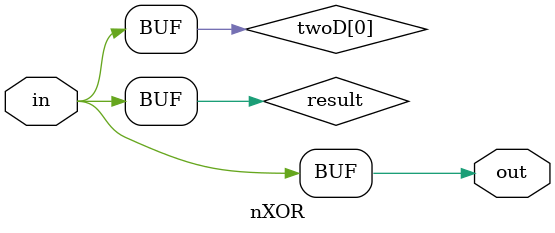
<source format=v>
/* Unclocked XOR that takes a flattened 2D array and performs XOR over each column
   Logic verified 4/18/19 by Matthew Chow*/

module nXOR(
	in,
	out
);

	parameter width = 1;
	parameter n = 1;

	input [width*n - 1 : 0] in;
	output [width - 1 : 0] out;

	wire [n - 1 : 0] twoD [width - 1 : 0];
	wire [width - 1 : 0] result;

	genvar i;
	generate 
		for (i = 0; i < n * width; i = i + 1) begin : unflatten
			assign twoD[i % width][i / width] = in[i];
		end
	endgenerate

	genvar j;
	generate 
		for (j = 0; j < width; j = j + 1) begin : rowXOR
			assign result[j] = ^twoD[j];
		end
	endgenerate

	assign out = result;

endmodule 

</source>
